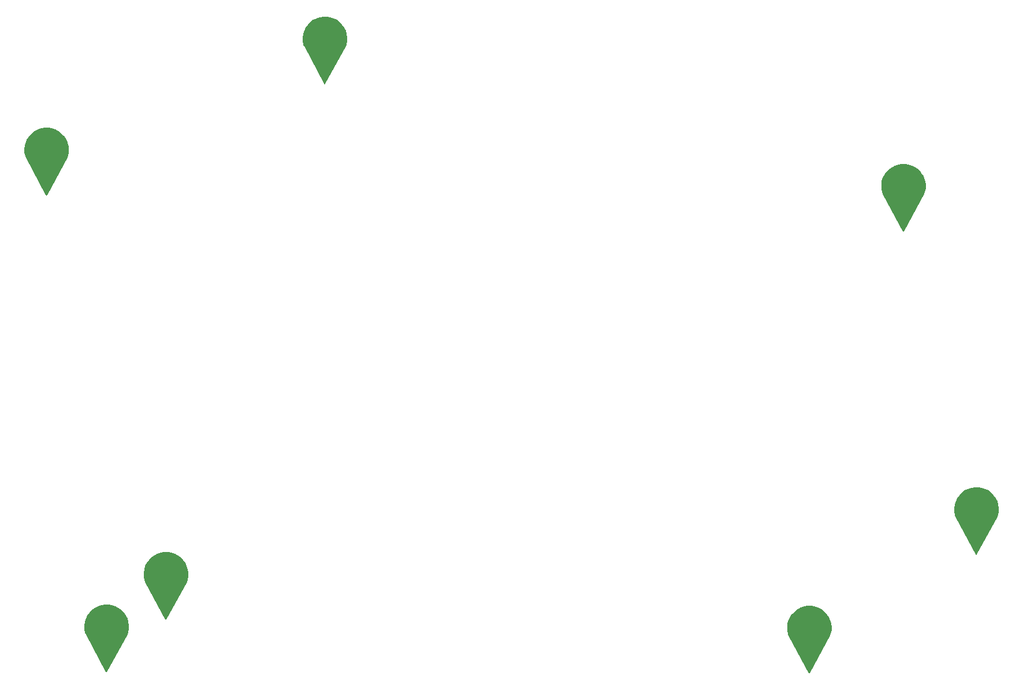
<source format=gts>
G04*
G04 #@! TF.GenerationSoftware,Altium Limited,Altium Designer,21.1.1 (26)*
G04*
G04 Layer_Color=8388736*
%FSLAX25Y25*%
%MOIN*%
G70*
G04*
G04 #@! TF.SameCoordinates,50609B49-341D-4E51-95AC-B49047DEAD09*
G04*
G04*
G04 #@! TF.FilePolarity,Negative*
G04*
G01*
G75*
%ADD12C,0.06800*%
%ADD13C,0.03162*%
G36*
X20379Y392279D02*
X20384Y392279D01*
X20405Y392277D01*
X20425Y392276D01*
X20431Y392275D01*
X20437Y392274D01*
X22404Y391957D01*
X22410Y391955D01*
X22415Y391955D01*
X22435Y391950D01*
X22455Y391945D01*
X22461Y391943D01*
X22466Y391941D01*
X24358Y391315D01*
X24363Y391312D01*
X24369Y391311D01*
X24388Y391303D01*
X24407Y391295D01*
X24412Y391292D01*
X24417Y391290D01*
X26185Y390369D01*
X26190Y390366D01*
X26195Y390364D01*
X26212Y390353D01*
X26230Y390342D01*
X26234Y390339D01*
X26239Y390335D01*
X27838Y389145D01*
X27842Y389142D01*
X27847Y389138D01*
X27862Y389124D01*
X27878Y389111D01*
X27882Y389107D01*
X27886Y389103D01*
X29274Y387673D01*
X29278Y387669D01*
X29282Y387665D01*
X29295Y387649D01*
X29308Y387634D01*
X29311Y387629D01*
X29315Y387624D01*
X30458Y385992D01*
X30461Y385987D01*
X30465Y385982D01*
X30475Y385964D01*
X30485Y385947D01*
X30488Y385942D01*
X30491Y385936D01*
X31359Y384143D01*
X31361Y384137D01*
X31364Y384132D01*
X31371Y384113D01*
X31379Y384094D01*
X31380Y384088D01*
X31382Y384083D01*
X31954Y382174D01*
X31955Y382168D01*
X31957Y382162D01*
X31961Y382143D01*
X31966Y382123D01*
X31966Y382117D01*
X31967Y382111D01*
X32228Y380135D01*
X32228Y380129D01*
X32229Y380124D01*
X32230Y380103D01*
X32231Y380083D01*
X32231Y380077D01*
X32231Y380071D01*
X32173Y378079D01*
X32172Y378073D01*
X32172Y378067D01*
X32170Y378047D01*
X32168Y378027D01*
X32167Y378021D01*
X32166Y378015D01*
X31791Y376058D01*
X31790Y376052D01*
X31789Y376047D01*
X31783Y376027D01*
X31778Y376007D01*
X31776Y376002D01*
X31774Y375996D01*
X31433Y375060D01*
X31432Y375057D01*
X31431Y375053D01*
X31423Y375036D01*
X31415Y375018D01*
X31414Y375015D01*
X31412Y375012D01*
X31411Y375009D01*
X31409Y375006D01*
X19644Y353352D01*
X19637Y353342D01*
X19632Y353332D01*
X19623Y353320D01*
X19616Y353308D01*
X19608Y353299D01*
X19601Y353289D01*
X19591Y353278D01*
X19582Y353267D01*
X19573Y353259D01*
X19566Y353251D01*
X19554Y353242D01*
X19544Y353232D01*
X19534Y353225D01*
X19525Y353218D01*
X19513Y353210D01*
X19501Y353202D01*
X19490Y353196D01*
X19481Y353190D01*
X19467Y353184D01*
X19454Y353177D01*
X19444Y353173D01*
X19433Y353168D01*
X19419Y353164D01*
X19405Y353159D01*
X19394Y353156D01*
X19383Y353153D01*
X19368Y353151D01*
X19354Y353147D01*
X19342Y353146D01*
X19331Y353144D01*
X19316Y353144D01*
X19302Y353143D01*
X19290Y353143D01*
X19278Y353143D01*
X19264Y353144D01*
X19249Y353145D01*
X19238Y353147D01*
X19226Y353148D01*
X19212Y353151D01*
X19198Y353154D01*
X19187Y353157D01*
X19175Y353160D01*
X19162Y353165D01*
X19148Y353169D01*
X19137Y353174D01*
X19126Y353178D01*
X19113Y353185D01*
X19100Y353191D01*
X19090Y353197D01*
X19080Y353203D01*
X19068Y353211D01*
X19056Y353219D01*
X19047Y353226D01*
X19037Y353233D01*
X19026Y353243D01*
X19015Y353253D01*
X19007Y353261D01*
X18999Y353269D01*
X18990Y353280D01*
X18980Y353291D01*
X18973Y353301D01*
X18966Y353310D01*
X18958Y353322D01*
X18949Y353334D01*
X18944Y353344D01*
X18938Y353354D01*
X7342Y375008D01*
X7341Y375010D01*
X7340Y375012D01*
X7331Y375034D01*
X7321Y375055D01*
X7320Y375058D01*
X7319Y375060D01*
X6978Y375996D01*
X6977Y376002D01*
X6974Y376007D01*
X6969Y376027D01*
X6964Y376046D01*
X6963Y376052D01*
X6961Y376058D01*
X6587Y378015D01*
X6586Y378021D01*
X6585Y378027D01*
X6583Y378047D01*
X6580Y378067D01*
X6580Y378073D01*
X6580Y378079D01*
X6522Y380071D01*
X6522Y380077D01*
X6521Y380083D01*
X6523Y380103D01*
X6524Y380123D01*
X6525Y380129D01*
X6525Y380135D01*
X6785Y382111D01*
X6786Y382117D01*
X6787Y382122D01*
X6791Y382142D01*
X6795Y382162D01*
X6797Y382168D01*
X6798Y382173D01*
X7370Y384083D01*
X7372Y384088D01*
X7373Y384094D01*
X7381Y384113D01*
X7388Y384132D01*
X7391Y384137D01*
X7393Y384142D01*
X8262Y385936D01*
X8264Y385941D01*
X8267Y385947D01*
X8278Y385964D01*
X8288Y385982D01*
X8291Y385986D01*
X8294Y385992D01*
X9437Y387624D01*
X9441Y387629D01*
X9444Y387633D01*
X9457Y387649D01*
X9470Y387665D01*
X9474Y387669D01*
X9478Y387673D01*
X10867Y389103D01*
X10871Y389107D01*
X10875Y389111D01*
X10890Y389124D01*
X10905Y389138D01*
X10910Y389141D01*
X10915Y389145D01*
X12513Y390335D01*
X12518Y390338D01*
X12523Y390342D01*
X12540Y390353D01*
X12557Y390364D01*
X12563Y390366D01*
X12568Y390369D01*
X14335Y391290D01*
X14341Y391292D01*
X14346Y391295D01*
X14365Y391302D01*
X14383Y391311D01*
X14389Y391312D01*
X14394Y391315D01*
X16286Y391941D01*
X16292Y391943D01*
X16297Y391945D01*
X16317Y391950D01*
X16337Y391955D01*
X16343Y391955D01*
X16348Y391957D01*
X18316Y392274D01*
X18322Y392275D01*
X18327Y392276D01*
X18348Y392277D01*
X18368Y392279D01*
X18374Y392279D01*
X18380Y392279D01*
X20373Y392279D01*
X20379Y392279D01*
D02*
G37*
G36*
X89276Y147397D02*
X89282Y147397D01*
X89302Y147395D01*
X89323Y147394D01*
X89328Y147393D01*
X89334Y147392D01*
X91302Y147075D01*
X91307Y147073D01*
X91313Y147073D01*
X91333Y147068D01*
X91353Y147063D01*
X91358Y147061D01*
X91364Y147060D01*
X93256Y146433D01*
X93261Y146431D01*
X93267Y146429D01*
X93285Y146421D01*
X93304Y146413D01*
X93309Y146410D01*
X93315Y146408D01*
X95082Y145488D01*
X95087Y145484D01*
X95093Y145482D01*
X95110Y145471D01*
X95127Y145460D01*
X95132Y145457D01*
X95137Y145454D01*
X96735Y144263D01*
X96740Y144260D01*
X96745Y144256D01*
X96760Y144243D01*
X96775Y144229D01*
X96779Y144225D01*
X96783Y144221D01*
X98172Y142792D01*
X98176Y142787D01*
X98180Y142783D01*
X98193Y142767D01*
X98206Y142752D01*
X98209Y142747D01*
X98213Y142742D01*
X99356Y141110D01*
X99359Y141105D01*
X99362Y141100D01*
X99373Y141082D01*
X99383Y141065D01*
X99385Y141060D01*
X99388Y141054D01*
X100257Y139261D01*
X100259Y139255D01*
X100262Y139250D01*
X100269Y139231D01*
X100277Y139212D01*
X100278Y139207D01*
X100280Y139201D01*
X100852Y137292D01*
X100853Y137286D01*
X100855Y137281D01*
X100859Y137261D01*
X100863Y137241D01*
X100864Y137235D01*
X100865Y137229D01*
X101125Y135253D01*
X101126Y135248D01*
X101127Y135242D01*
X101127Y135222D01*
X101129Y135201D01*
X101128Y135195D01*
X101128Y135189D01*
X101070Y133197D01*
X101070Y133191D01*
X101070Y133186D01*
X101067Y133165D01*
X101066Y133145D01*
X101064Y133139D01*
X101064Y133133D01*
X100689Y131176D01*
X100688Y131170D01*
X100687Y131165D01*
X100681Y131145D01*
X100676Y131125D01*
X100674Y131120D01*
X100672Y131114D01*
X100331Y130178D01*
X100330Y130175D01*
X100329Y130171D01*
X100321Y130154D01*
X100313Y130136D01*
X100311Y130133D01*
X100310Y130130D01*
X100308Y130127D01*
X100307Y130124D01*
X88541Y108470D01*
X88535Y108460D01*
X88529Y108450D01*
X88521Y108438D01*
X88513Y108426D01*
X88506Y108417D01*
X88499Y108407D01*
X88489Y108397D01*
X88480Y108385D01*
X88471Y108378D01*
X88463Y108369D01*
X88452Y108360D01*
X88441Y108350D01*
X88432Y108343D01*
X88423Y108336D01*
X88410Y108328D01*
X88398Y108320D01*
X88388Y108314D01*
X88378Y108308D01*
X88365Y108302D01*
X88352Y108295D01*
X88341Y108291D01*
X88331Y108286D01*
X88316Y108282D01*
X88303Y108277D01*
X88292Y108274D01*
X88280Y108271D01*
X88266Y108269D01*
X88252Y108265D01*
X88240Y108264D01*
X88229Y108263D01*
X88214Y108262D01*
X88199Y108261D01*
X88188Y108261D01*
X88176Y108261D01*
X88162Y108262D01*
X88147Y108263D01*
X88135Y108265D01*
X88124Y108266D01*
X88110Y108269D01*
X88095Y108272D01*
X88084Y108275D01*
X88073Y108278D01*
X88059Y108283D01*
X88045Y108287D01*
X88035Y108292D01*
X88024Y108296D01*
X88011Y108303D01*
X87998Y108309D01*
X87988Y108315D01*
X87978Y108321D01*
X87966Y108329D01*
X87953Y108337D01*
X87944Y108344D01*
X87935Y108351D01*
X87924Y108361D01*
X87913Y108371D01*
X87905Y108379D01*
X87897Y108387D01*
X87887Y108398D01*
X87877Y108409D01*
X87871Y108419D01*
X87863Y108428D01*
X87855Y108440D01*
X87847Y108452D01*
X87842Y108462D01*
X87836Y108472D01*
X76240Y130126D01*
X76239Y130128D01*
X76238Y130130D01*
X76228Y130152D01*
X76218Y130173D01*
X76218Y130176D01*
X76217Y130178D01*
X75876Y131114D01*
X75874Y131120D01*
X75872Y131125D01*
X75867Y131145D01*
X75861Y131165D01*
X75860Y131170D01*
X75859Y131176D01*
X75484Y133133D01*
X75484Y133139D01*
X75482Y133145D01*
X75480Y133165D01*
X75478Y133185D01*
X75478Y133191D01*
X75477Y133197D01*
X75419Y135189D01*
X75419Y135195D01*
X75419Y135201D01*
X75420Y135221D01*
X75421Y135241D01*
X75422Y135247D01*
X75423Y135253D01*
X75683Y137229D01*
X75684Y137235D01*
X75684Y137241D01*
X75689Y137260D01*
X75693Y137280D01*
X75695Y137286D01*
X75696Y137292D01*
X76268Y139201D01*
X76270Y139206D01*
X76271Y139212D01*
X76279Y139231D01*
X76286Y139250D01*
X76289Y139255D01*
X76291Y139261D01*
X77159Y141054D01*
X77162Y141059D01*
X77165Y141065D01*
X77175Y141082D01*
X77185Y141100D01*
X77189Y141104D01*
X77192Y141110D01*
X78335Y142742D01*
X78338Y142747D01*
X78342Y142752D01*
X78355Y142767D01*
X78368Y142783D01*
X78372Y142787D01*
X78376Y142791D01*
X79764Y144221D01*
X79769Y144225D01*
X79773Y144229D01*
X79788Y144243D01*
X79803Y144256D01*
X79808Y144260D01*
X79812Y144263D01*
X81411Y145453D01*
X81416Y145457D01*
X81420Y145460D01*
X81438Y145471D01*
X81455Y145482D01*
X81460Y145484D01*
X81465Y145487D01*
X83233Y146408D01*
X83238Y146410D01*
X83243Y146413D01*
X83262Y146421D01*
X83281Y146429D01*
X83287Y146430D01*
X83292Y146433D01*
X85184Y147060D01*
X85189Y147061D01*
X85195Y147063D01*
X85215Y147068D01*
X85234Y147073D01*
X85240Y147073D01*
X85246Y147075D01*
X87213Y147392D01*
X87219Y147393D01*
X87225Y147394D01*
X87245Y147395D01*
X87266Y147397D01*
X87271Y147397D01*
X87277Y147397D01*
X89270Y147397D01*
X89276Y147397D01*
D02*
G37*
G36*
X55024Y117082D02*
X55030Y117082D01*
X55050Y117080D01*
X55071Y117079D01*
X55076Y117078D01*
X55082Y117077D01*
X57050Y116760D01*
X57055Y116759D01*
X57061Y116758D01*
X57081Y116753D01*
X57101Y116748D01*
X57106Y116746D01*
X57112Y116745D01*
X59004Y116118D01*
X59009Y116116D01*
X59015Y116114D01*
X59033Y116106D01*
X59052Y116098D01*
X59057Y116095D01*
X59063Y116093D01*
X60830Y115173D01*
X60835Y115170D01*
X60841Y115167D01*
X60858Y115156D01*
X60875Y115145D01*
X60880Y115142D01*
X60885Y115139D01*
X62483Y113949D01*
X62488Y113945D01*
X62493Y113941D01*
X62508Y113928D01*
X62523Y113915D01*
X62527Y113910D01*
X62531Y113906D01*
X63920Y112477D01*
X63924Y112472D01*
X63928Y112468D01*
X63941Y112452D01*
X63954Y112437D01*
X63957Y112432D01*
X63961Y112427D01*
X65104Y110795D01*
X65107Y110790D01*
X65110Y110785D01*
X65121Y110767D01*
X65131Y110750D01*
X65134Y110745D01*
X65136Y110740D01*
X66005Y108946D01*
X66007Y108940D01*
X66010Y108935D01*
X66017Y108916D01*
X66025Y108897D01*
X66026Y108892D01*
X66028Y108886D01*
X66600Y106977D01*
X66601Y106971D01*
X66603Y106966D01*
X66607Y106946D01*
X66611Y106926D01*
X66612Y106920D01*
X66613Y106914D01*
X66873Y104938D01*
X66874Y104932D01*
X66875Y104927D01*
X66875Y104906D01*
X66877Y104886D01*
X66876Y104880D01*
X66877Y104874D01*
X66819Y102882D01*
X66818Y102876D01*
X66818Y102871D01*
X66816Y102850D01*
X66814Y102830D01*
X66812Y102824D01*
X66812Y102819D01*
X66437Y100861D01*
X66436Y100856D01*
X66435Y100850D01*
X66429Y100830D01*
X66424Y100810D01*
X66422Y100805D01*
X66420Y100799D01*
X66079Y99863D01*
X66078Y99860D01*
X66077Y99856D01*
X66069Y99839D01*
X66061Y99821D01*
X66059Y99818D01*
X66058Y99815D01*
X66056Y99812D01*
X66055Y99809D01*
X54289Y78155D01*
X54283Y78145D01*
X54278Y78135D01*
X54269Y78123D01*
X54261Y78111D01*
X54254Y78102D01*
X54247Y78092D01*
X54237Y78082D01*
X54228Y78070D01*
X54219Y78063D01*
X54211Y78054D01*
X54200Y78045D01*
X54189Y78035D01*
X54180Y78028D01*
X54171Y78021D01*
X54158Y78013D01*
X54146Y78005D01*
X54136Y77999D01*
X54126Y77993D01*
X54113Y77987D01*
X54100Y77980D01*
X54089Y77976D01*
X54079Y77971D01*
X54064Y77967D01*
X54051Y77962D01*
X54040Y77960D01*
X54028Y77956D01*
X54014Y77954D01*
X54000Y77951D01*
X53988Y77950D01*
X53977Y77948D01*
X53962Y77947D01*
X53947Y77946D01*
X53936Y77946D01*
X53924Y77946D01*
X53910Y77947D01*
X53895Y77948D01*
X53883Y77950D01*
X53872Y77951D01*
X53858Y77954D01*
X53843Y77957D01*
X53832Y77960D01*
X53821Y77963D01*
X53807Y77968D01*
X53793Y77972D01*
X53783Y77977D01*
X53772Y77981D01*
X53759Y77988D01*
X53746Y77994D01*
X53736Y78000D01*
X53726Y78006D01*
X53714Y78014D01*
X53701Y78022D01*
X53693Y78030D01*
X53683Y78036D01*
X53672Y78047D01*
X53661Y78056D01*
X53653Y78064D01*
X53645Y78072D01*
X53635Y78083D01*
X53625Y78094D01*
X53619Y78104D01*
X53611Y78113D01*
X53604Y78125D01*
X53595Y78137D01*
X53590Y78147D01*
X53584Y78157D01*
X41988Y99811D01*
X41987Y99813D01*
X41986Y99815D01*
X41976Y99837D01*
X41966Y99858D01*
X41966Y99861D01*
X41965Y99863D01*
X41624Y100799D01*
X41622Y100805D01*
X41620Y100810D01*
X41615Y100830D01*
X41609Y100849D01*
X41608Y100855D01*
X41607Y100861D01*
X41232Y102818D01*
X41232Y102824D01*
X41230Y102830D01*
X41228Y102850D01*
X41226Y102870D01*
X41226Y102876D01*
X41225Y102882D01*
X41167Y104874D01*
X41168Y104880D01*
X41167Y104886D01*
X41168Y104906D01*
X41169Y104927D01*
X41170Y104932D01*
X41171Y104938D01*
X41431Y106914D01*
X41432Y106920D01*
X41432Y106926D01*
X41437Y106946D01*
X41441Y106965D01*
X41443Y106971D01*
X41444Y106977D01*
X42016Y108886D01*
X42018Y108891D01*
X42019Y108897D01*
X42027Y108916D01*
X42034Y108935D01*
X42037Y108940D01*
X42039Y108946D01*
X42907Y110739D01*
X42910Y110744D01*
X42913Y110750D01*
X42923Y110767D01*
X42933Y110785D01*
X42937Y110790D01*
X42940Y110795D01*
X44083Y112427D01*
X44087Y112432D01*
X44090Y112437D01*
X44103Y112452D01*
X44116Y112468D01*
X44120Y112472D01*
X44124Y112477D01*
X45512Y113906D01*
X45517Y113910D01*
X45520Y113914D01*
X45536Y113927D01*
X45551Y113941D01*
X45556Y113944D01*
X45560Y113948D01*
X47159Y115138D01*
X47164Y115142D01*
X47168Y115145D01*
X47186Y115156D01*
X47203Y115167D01*
X47208Y115169D01*
X47213Y115173D01*
X48981Y116093D01*
X48986Y116095D01*
X48991Y116098D01*
X49010Y116106D01*
X49029Y116114D01*
X49035Y116115D01*
X49040Y116118D01*
X50932Y116745D01*
X50937Y116746D01*
X50943Y116748D01*
X50963Y116753D01*
X50982Y116758D01*
X50988Y116759D01*
X50994Y116760D01*
X52961Y117077D01*
X52967Y117078D01*
X52973Y117079D01*
X52993Y117080D01*
X53014Y117082D01*
X53019Y117082D01*
X53025Y117082D01*
X55018Y117082D01*
X55024Y117082D01*
D02*
G37*
G36*
X460536Y116295D02*
X460542Y116295D01*
X460562Y116293D01*
X460582Y116292D01*
X460588Y116290D01*
X460594Y116290D01*
X462561Y115972D01*
X462567Y115971D01*
X462573Y115970D01*
X462593Y115965D01*
X462613Y115961D01*
X462618Y115959D01*
X462624Y115957D01*
X464515Y115330D01*
X464521Y115328D01*
X464527Y115326D01*
X464545Y115318D01*
X464564Y115311D01*
X464569Y115308D01*
X464574Y115305D01*
X466342Y114385D01*
X466347Y114382D01*
X466353Y114380D01*
X466369Y114369D01*
X466387Y114358D01*
X466392Y114354D01*
X466397Y114351D01*
X467995Y113161D01*
X468000Y113157D01*
X468004Y113154D01*
X468019Y113140D01*
X468035Y113127D01*
X468039Y113123D01*
X468043Y113119D01*
X469432Y111689D01*
X469436Y111685D01*
X469440Y111681D01*
X469453Y111665D01*
X469466Y111649D01*
X469469Y111644D01*
X469473Y111640D01*
X470616Y110007D01*
X470619Y110002D01*
X470622Y109998D01*
X470632Y109980D01*
X470643Y109963D01*
X470645Y109957D01*
X470648Y109952D01*
X471517Y108158D01*
X471519Y108153D01*
X471522Y108148D01*
X471529Y108129D01*
X471536Y108110D01*
X471538Y108104D01*
X471540Y108099D01*
X472112Y106190D01*
X472113Y106184D01*
X472115Y106178D01*
X472119Y106158D01*
X472123Y106138D01*
X472124Y106132D01*
X472125Y106127D01*
X472385Y104151D01*
X472385Y104145D01*
X472386Y104139D01*
X472387Y104119D01*
X472389Y104099D01*
X472388Y104093D01*
X472388Y104087D01*
X472330Y102095D01*
X472330Y102089D01*
X472330Y102083D01*
X472327Y102063D01*
X472325Y102043D01*
X472324Y102037D01*
X472323Y102031D01*
X471949Y100074D01*
X471947Y100068D01*
X471946Y100062D01*
X471941Y100043D01*
X471936Y100023D01*
X471933Y100018D01*
X471932Y100012D01*
X471591Y99076D01*
X471590Y99073D01*
X471589Y99069D01*
X471581Y99051D01*
X471573Y99033D01*
X471571Y99030D01*
X471570Y99028D01*
X471568Y99025D01*
X471567Y99021D01*
X459801Y77368D01*
X459795Y77358D01*
X459789Y77348D01*
X459781Y77336D01*
X459773Y77323D01*
X459766Y77315D01*
X459759Y77305D01*
X459749Y77294D01*
X459739Y77283D01*
X459731Y77275D01*
X459723Y77267D01*
X459712Y77257D01*
X459701Y77248D01*
X459691Y77241D01*
X459683Y77233D01*
X459670Y77226D01*
X459658Y77217D01*
X459648Y77212D01*
X459638Y77206D01*
X459625Y77200D01*
X459612Y77193D01*
X459601Y77189D01*
X459590Y77184D01*
X459576Y77180D01*
X459563Y77175D01*
X459551Y77172D01*
X459540Y77169D01*
X459526Y77166D01*
X459511Y77163D01*
X459500Y77162D01*
X459488Y77160D01*
X459474Y77160D01*
X459459Y77158D01*
X459448Y77159D01*
X459436Y77158D01*
X459421Y77160D01*
X459407Y77160D01*
X459395Y77162D01*
X459384Y77163D01*
X459370Y77167D01*
X459355Y77169D01*
X459344Y77173D01*
X459333Y77175D01*
X459319Y77180D01*
X459305Y77185D01*
X459295Y77190D01*
X459284Y77194D01*
X459271Y77201D01*
X459257Y77207D01*
X459248Y77213D01*
X459237Y77219D01*
X459226Y77227D01*
X459213Y77235D01*
X459204Y77242D01*
X459195Y77249D01*
X459184Y77259D01*
X459173Y77268D01*
X459165Y77277D01*
X459157Y77285D01*
X459147Y77296D01*
X459137Y77307D01*
X459130Y77316D01*
X459123Y77325D01*
X459115Y77338D01*
X459107Y77350D01*
X459102Y77360D01*
X459095Y77370D01*
X447500Y99023D01*
X447499Y99025D01*
X447498Y99027D01*
X447488Y99049D01*
X447478Y99071D01*
X447477Y99073D01*
X447476Y99075D01*
X447136Y100012D01*
X447134Y100017D01*
X447132Y100023D01*
X447127Y100043D01*
X447121Y100062D01*
X447120Y100068D01*
X447119Y100074D01*
X446744Y102031D01*
X446743Y102037D01*
X446742Y102042D01*
X446740Y102063D01*
X446738Y102083D01*
X446738Y102089D01*
X446737Y102095D01*
X446679Y104087D01*
X446679Y104093D01*
X446679Y104098D01*
X446680Y104119D01*
X446681Y104139D01*
X446682Y104145D01*
X446682Y104151D01*
X446943Y106127D01*
X446944Y106132D01*
X446944Y106138D01*
X446949Y106158D01*
X446953Y106178D01*
X446955Y106184D01*
X446956Y106189D01*
X447528Y108098D01*
X447530Y108104D01*
X447531Y108110D01*
X447539Y108128D01*
X447546Y108148D01*
X447548Y108153D01*
X447551Y108158D01*
X448419Y109952D01*
X448422Y109957D01*
X448424Y109962D01*
X448435Y109980D01*
X448445Y109998D01*
X448449Y110002D01*
X448452Y110007D01*
X449595Y111640D01*
X449598Y111644D01*
X449602Y111649D01*
X449615Y111665D01*
X449627Y111681D01*
X449632Y111685D01*
X449636Y111689D01*
X451024Y113119D01*
X451028Y113123D01*
X451032Y113127D01*
X451048Y113140D01*
X451063Y113154D01*
X451068Y113157D01*
X451072Y113161D01*
X452671Y114351D01*
X452676Y114354D01*
X452680Y114358D01*
X452698Y114368D01*
X452715Y114380D01*
X452720Y114382D01*
X452725Y114385D01*
X454493Y115305D01*
X454498Y115308D01*
X454503Y115311D01*
X454522Y115318D01*
X454541Y115326D01*
X454546Y115328D01*
X454552Y115330D01*
X456444Y115957D01*
X456449Y115959D01*
X456455Y115961D01*
X456475Y115965D01*
X456494Y115970D01*
X456500Y115971D01*
X456506Y115972D01*
X458473Y116290D01*
X458479Y116290D01*
X458485Y116292D01*
X458505Y116293D01*
X458526Y116295D01*
X458531Y116295D01*
X458537Y116295D01*
X460530Y116295D01*
X460536Y116295D01*
D02*
G37*
G36*
X181008Y456452D02*
X181014Y456452D01*
X181035Y456450D01*
X181055Y456449D01*
X181061Y456448D01*
X181066Y456447D01*
X183034Y456130D01*
X183039Y456129D01*
X183045Y456128D01*
X183065Y456123D01*
X183085Y456118D01*
X183090Y456116D01*
X183096Y456115D01*
X184988Y455488D01*
X184993Y455486D01*
X184999Y455484D01*
X185018Y455476D01*
X185037Y455468D01*
X185041Y455465D01*
X185047Y455463D01*
X186815Y454543D01*
X186820Y454540D01*
X186825Y454537D01*
X186842Y454526D01*
X186860Y454516D01*
X186864Y454512D01*
X186869Y454509D01*
X188468Y453319D01*
X188472Y453315D01*
X188477Y453311D01*
X188492Y453298D01*
X188507Y453285D01*
X188511Y453280D01*
X188516Y453276D01*
X189904Y451847D01*
X189908Y451842D01*
X189912Y451838D01*
X189925Y451822D01*
X189938Y451807D01*
X189941Y451802D01*
X189945Y451797D01*
X191088Y450165D01*
X191091Y450160D01*
X191095Y450155D01*
X191105Y450138D01*
X191115Y450120D01*
X191118Y450115D01*
X191121Y450110D01*
X191989Y448316D01*
X191991Y448311D01*
X191994Y448305D01*
X192001Y448286D01*
X192009Y448267D01*
X192010Y448262D01*
X192012Y448256D01*
X192584Y446347D01*
X192585Y446341D01*
X192587Y446336D01*
X192591Y446316D01*
X192596Y446296D01*
X192596Y446290D01*
X192597Y446284D01*
X192858Y444308D01*
X192858Y444303D01*
X192859Y444297D01*
X192860Y444277D01*
X192861Y444256D01*
X192860Y444250D01*
X192861Y444244D01*
X192803Y442252D01*
X192802Y442246D01*
X192802Y442241D01*
X192800Y442220D01*
X192798Y442200D01*
X192797Y442195D01*
X192796Y442189D01*
X192421Y440231D01*
X192420Y440226D01*
X192419Y440220D01*
X192413Y440200D01*
X192408Y440180D01*
X192406Y440175D01*
X192404Y440169D01*
X192063Y439233D01*
X192062Y439230D01*
X192061Y439226D01*
X192053Y439209D01*
X192045Y439191D01*
X192043Y439188D01*
X192042Y439185D01*
X192041Y439182D01*
X192039Y439179D01*
X180273Y417525D01*
X180267Y417515D01*
X180262Y417505D01*
X180253Y417493D01*
X180245Y417481D01*
X180238Y417472D01*
X180231Y417462D01*
X180221Y417452D01*
X180212Y417441D01*
X180203Y417433D01*
X180195Y417424D01*
X180184Y417415D01*
X180173Y417405D01*
X180164Y417398D01*
X180155Y417391D01*
X180142Y417383D01*
X180131Y417375D01*
X180120Y417369D01*
X180111Y417363D01*
X180097Y417357D01*
X180084Y417350D01*
X180073Y417346D01*
X180063Y417342D01*
X180049Y417337D01*
X180035Y417332D01*
X180024Y417330D01*
X180013Y417326D01*
X179998Y417324D01*
X179984Y417321D01*
X179972Y417319D01*
X179961Y417318D01*
X179946Y417317D01*
X179932Y417316D01*
X179920Y417316D01*
X179908Y417316D01*
X179894Y417317D01*
X179879Y417318D01*
X179868Y417320D01*
X179856Y417321D01*
X179842Y417324D01*
X179828Y417327D01*
X179817Y417330D01*
X179805Y417333D01*
X179791Y417338D01*
X179778Y417342D01*
X179767Y417347D01*
X179756Y417351D01*
X179743Y417358D01*
X179730Y417364D01*
X179720Y417371D01*
X179710Y417376D01*
X179698Y417384D01*
X179685Y417392D01*
X179677Y417400D01*
X179667Y417407D01*
X179656Y417417D01*
X179645Y417426D01*
X179637Y417434D01*
X179629Y417442D01*
X179620Y417454D01*
X179610Y417464D01*
X179603Y417474D01*
X179596Y417483D01*
X179588Y417495D01*
X179579Y417507D01*
X179574Y417517D01*
X179568Y417527D01*
X167972Y439181D01*
X167971Y439183D01*
X167970Y439185D01*
X167960Y439207D01*
X167951Y439228D01*
X167950Y439231D01*
X167949Y439233D01*
X167608Y440169D01*
X167606Y440175D01*
X167604Y440180D01*
X167599Y440200D01*
X167594Y440220D01*
X167593Y440225D01*
X167591Y440231D01*
X167217Y442189D01*
X167216Y442194D01*
X167215Y442200D01*
X167213Y442220D01*
X167210Y442240D01*
X167210Y442246D01*
X167210Y442252D01*
X167152Y444244D01*
X167152Y444250D01*
X167151Y444256D01*
X167153Y444276D01*
X167154Y444297D01*
X167155Y444302D01*
X167155Y444308D01*
X167415Y446284D01*
X167416Y446290D01*
X167417Y446296D01*
X167421Y446315D01*
X167425Y446336D01*
X167427Y446341D01*
X167428Y446347D01*
X168000Y448256D01*
X168002Y448261D01*
X168003Y448267D01*
X168011Y448286D01*
X168018Y448305D01*
X168021Y448310D01*
X168023Y448316D01*
X168892Y450109D01*
X168895Y450114D01*
X168897Y450120D01*
X168907Y450138D01*
X168918Y450155D01*
X168921Y450160D01*
X168924Y450165D01*
X170067Y451797D01*
X170071Y451802D01*
X170074Y451807D01*
X170087Y451822D01*
X170100Y451838D01*
X170104Y451842D01*
X170108Y451847D01*
X171496Y453276D01*
X171501Y453280D01*
X171505Y453284D01*
X171520Y453298D01*
X171535Y453311D01*
X171540Y453315D01*
X171545Y453318D01*
X173143Y454508D01*
X173148Y454512D01*
X173153Y454515D01*
X173170Y454526D01*
X173187Y454537D01*
X173193Y454539D01*
X173197Y454543D01*
X174965Y455463D01*
X174971Y455465D01*
X174976Y455468D01*
X174995Y455476D01*
X175013Y455484D01*
X175019Y455486D01*
X175024Y455488D01*
X176916Y456115D01*
X176922Y456116D01*
X176927Y456118D01*
X176947Y456123D01*
X176967Y456128D01*
X176972Y456129D01*
X176978Y456130D01*
X178946Y456447D01*
X178952Y456448D01*
X178957Y456449D01*
X178978Y456450D01*
X178998Y456452D01*
X179004Y456452D01*
X179010Y456453D01*
X181002Y456453D01*
X181008Y456452D01*
D02*
G37*
G36*
X556993Y184799D02*
X556998Y184799D01*
X557019Y184797D01*
X557039Y184795D01*
X557045Y184794D01*
X557051Y184794D01*
X559018Y184476D01*
X559024Y184475D01*
X559030Y184474D01*
X559049Y184469D01*
X559069Y184465D01*
X559075Y184463D01*
X559080Y184461D01*
X560972Y183834D01*
X560978Y183832D01*
X560983Y183830D01*
X561002Y183822D01*
X561021Y183815D01*
X561026Y183812D01*
X561031Y183809D01*
X562799Y182889D01*
X562804Y182886D01*
X562809Y182884D01*
X562826Y182873D01*
X562844Y182862D01*
X562848Y182858D01*
X562853Y182855D01*
X564452Y181665D01*
X564456Y181661D01*
X564461Y181658D01*
X564476Y181644D01*
X564492Y181631D01*
X564496Y181627D01*
X564500Y181623D01*
X565889Y180193D01*
X565892Y180189D01*
X565897Y180185D01*
X565909Y180169D01*
X565922Y180153D01*
X565926Y180148D01*
X565929Y180144D01*
X567072Y178511D01*
X567075Y178506D01*
X567079Y178502D01*
X567089Y178484D01*
X567100Y178466D01*
X567102Y178461D01*
X567105Y178456D01*
X567973Y176662D01*
X567976Y176657D01*
X567978Y176652D01*
X567985Y176632D01*
X567993Y176614D01*
X567994Y176608D01*
X567997Y176603D01*
X568568Y174693D01*
X568570Y174688D01*
X568571Y174682D01*
X568575Y174662D01*
X568580Y174642D01*
X568580Y174636D01*
X568582Y174631D01*
X568842Y172655D01*
X568842Y172649D01*
X568843Y172643D01*
X568844Y172623D01*
X568845Y172603D01*
X568845Y172597D01*
X568845Y172591D01*
X568787Y170599D01*
X568786Y170593D01*
X568786Y170587D01*
X568784Y170567D01*
X568782Y170547D01*
X568781Y170541D01*
X568780Y170535D01*
X568405Y168578D01*
X568404Y168572D01*
X568403Y168566D01*
X568398Y168547D01*
X568392Y168527D01*
X568390Y168522D01*
X568389Y168516D01*
X568048Y167580D01*
X568046Y167577D01*
X568045Y167573D01*
X568037Y167555D01*
X568030Y167537D01*
X568028Y167534D01*
X568027Y167532D01*
X568025Y167529D01*
X568023Y167525D01*
X556258Y145872D01*
X556251Y145862D01*
X556246Y145852D01*
X556238Y145840D01*
X556230Y145827D01*
X556222Y145818D01*
X556216Y145809D01*
X556206Y145798D01*
X556196Y145787D01*
X556188Y145779D01*
X556180Y145771D01*
X556169Y145761D01*
X556158Y145751D01*
X556148Y145745D01*
X556139Y145737D01*
X556127Y145729D01*
X556115Y145721D01*
X556105Y145716D01*
X556095Y145710D01*
X556081Y145703D01*
X556068Y145697D01*
X556058Y145693D01*
X556047Y145688D01*
X556033Y145684D01*
X556019Y145679D01*
X556008Y145676D01*
X555997Y145673D01*
X555982Y145670D01*
X555968Y145667D01*
X555957Y145666D01*
X555945Y145664D01*
X555930Y145664D01*
X555916Y145662D01*
X555904Y145663D01*
X555893Y145662D01*
X555878Y145664D01*
X555864Y145664D01*
X555852Y145666D01*
X555840Y145667D01*
X555826Y145671D01*
X555812Y145673D01*
X555801Y145677D01*
X555789Y145679D01*
X555776Y145685D01*
X555762Y145689D01*
X555751Y145694D01*
X555740Y145698D01*
X555727Y145705D01*
X555714Y145711D01*
X555704Y145717D01*
X555694Y145722D01*
X555682Y145731D01*
X555670Y145739D01*
X555661Y145746D01*
X555651Y145753D01*
X555641Y145763D01*
X555629Y145772D01*
X555622Y145781D01*
X555613Y145789D01*
X555604Y145800D01*
X555594Y145811D01*
X555587Y145820D01*
X555580Y145829D01*
X555572Y145842D01*
X555564Y145854D01*
X555558Y145864D01*
X555552Y145874D01*
X543957Y167527D01*
X543956Y167529D01*
X543954Y167531D01*
X543945Y167553D01*
X543935Y167575D01*
X543934Y167577D01*
X543933Y167579D01*
X543592Y168516D01*
X543591Y168521D01*
X543589Y168527D01*
X543583Y168546D01*
X543578Y168566D01*
X543577Y168572D01*
X543575Y168578D01*
X543201Y170535D01*
X543200Y170541D01*
X543199Y170546D01*
X543197Y170567D01*
X543194Y170587D01*
X543194Y170593D01*
X543194Y170599D01*
X543136Y172591D01*
X543136Y172597D01*
X543136Y172602D01*
X543137Y172623D01*
X543138Y172643D01*
X543139Y172649D01*
X543139Y172655D01*
X543399Y174631D01*
X543400Y174636D01*
X543401Y174642D01*
X543405Y174662D01*
X543409Y174682D01*
X543411Y174688D01*
X543413Y174693D01*
X543984Y176602D01*
X543986Y176608D01*
X543988Y176614D01*
X543995Y176632D01*
X544002Y176652D01*
X544005Y176657D01*
X544007Y176662D01*
X544876Y178456D01*
X544879Y178461D01*
X544881Y178466D01*
X544892Y178484D01*
X544902Y178501D01*
X544905Y178506D01*
X544908Y178511D01*
X546051Y180144D01*
X546055Y180148D01*
X546058Y180153D01*
X546071Y180169D01*
X546084Y180185D01*
X546088Y180189D01*
X546092Y180193D01*
X547481Y181623D01*
X547485Y181627D01*
X547489Y181631D01*
X547504Y181644D01*
X547520Y181658D01*
X547524Y181661D01*
X547529Y181665D01*
X549127Y182855D01*
X549132Y182858D01*
X549137Y182862D01*
X549154Y182872D01*
X549171Y182884D01*
X549177Y182886D01*
X549182Y182889D01*
X550949Y183809D01*
X550955Y183812D01*
X550960Y183815D01*
X550979Y183822D01*
X550997Y183830D01*
X551003Y183832D01*
X551009Y183834D01*
X552900Y184461D01*
X552906Y184462D01*
X552911Y184465D01*
X552931Y184469D01*
X552951Y184474D01*
X552957Y184475D01*
X552962Y184476D01*
X554930Y184794D01*
X554936Y184794D01*
X554942Y184795D01*
X554962Y184797D01*
X554982Y184799D01*
X554988Y184799D01*
X554994Y184799D01*
X556987Y184799D01*
X556993Y184799D01*
D02*
G37*
G36*
X514867Y371413D02*
X514873Y371413D01*
X514893Y371411D01*
X514913Y371410D01*
X514919Y371409D01*
X514925Y371408D01*
X516892Y371091D01*
X516898Y371089D01*
X516904Y371089D01*
X516923Y371083D01*
X516943Y371079D01*
X516949Y371077D01*
X516954Y371075D01*
X518846Y370448D01*
X518852Y370446D01*
X518857Y370445D01*
X518876Y370436D01*
X518895Y370429D01*
X518900Y370426D01*
X518905Y370424D01*
X520673Y369503D01*
X520678Y369500D01*
X520683Y369498D01*
X520700Y369487D01*
X520718Y369476D01*
X520722Y369472D01*
X520727Y369469D01*
X522326Y368279D01*
X522330Y368275D01*
X522335Y368272D01*
X522350Y368258D01*
X522366Y368245D01*
X522370Y368241D01*
X522374Y368237D01*
X523763Y366807D01*
X523766Y366803D01*
X523771Y366799D01*
X523783Y366783D01*
X523797Y366768D01*
X523800Y366763D01*
X523803Y366758D01*
X524946Y365125D01*
X524950Y365121D01*
X524953Y365116D01*
X524963Y365098D01*
X524974Y365081D01*
X524976Y365075D01*
X524979Y365070D01*
X525847Y363277D01*
X525850Y363271D01*
X525852Y363266D01*
X525859Y363247D01*
X525867Y363228D01*
X525869Y363222D01*
X525871Y363217D01*
X526442Y361308D01*
X526443Y361302D01*
X526445Y361296D01*
X526449Y361276D01*
X526454Y361257D01*
X526454Y361251D01*
X526456Y361245D01*
X526716Y359269D01*
X526716Y359263D01*
X526717Y359258D01*
X526718Y359237D01*
X526719Y359217D01*
X526719Y359211D01*
X526719Y359205D01*
X526661Y357213D01*
X526660Y357207D01*
X526661Y357201D01*
X526658Y357181D01*
X526656Y357161D01*
X526655Y357155D01*
X526654Y357149D01*
X526280Y355192D01*
X526278Y355186D01*
X526277Y355181D01*
X526271Y355161D01*
X526266Y355141D01*
X526264Y355136D01*
X526263Y355130D01*
X525922Y354194D01*
X525920Y354191D01*
X525919Y354187D01*
X525911Y354170D01*
X525904Y354152D01*
X525902Y354148D01*
X525901Y354146D01*
X525899Y354143D01*
X525897Y354139D01*
X514132Y332486D01*
X514125Y332476D01*
X514120Y332466D01*
X514112Y332454D01*
X514104Y332441D01*
X514096Y332433D01*
X514090Y332423D01*
X514080Y332412D01*
X514070Y332401D01*
X514062Y332393D01*
X514054Y332385D01*
X514043Y332376D01*
X514032Y332366D01*
X514022Y332359D01*
X514013Y332351D01*
X514001Y332344D01*
X513989Y332335D01*
X513979Y332330D01*
X513969Y332324D01*
X513955Y332318D01*
X513942Y332311D01*
X513932Y332307D01*
X513921Y332302D01*
X513907Y332298D01*
X513893Y332293D01*
X513882Y332290D01*
X513871Y332287D01*
X513856Y332284D01*
X513842Y332281D01*
X513831Y332280D01*
X513819Y332278D01*
X513804Y332278D01*
X513790Y332277D01*
X513778Y332277D01*
X513767Y332277D01*
X513752Y332278D01*
X513737Y332278D01*
X513726Y332280D01*
X513715Y332282D01*
X513700Y332285D01*
X513686Y332287D01*
X513675Y332291D01*
X513663Y332294D01*
X513650Y332299D01*
X513636Y332303D01*
X513625Y332308D01*
X513614Y332312D01*
X513601Y332319D01*
X513588Y332325D01*
X513578Y332331D01*
X513568Y332337D01*
X513556Y332345D01*
X513544Y332353D01*
X513535Y332360D01*
X513525Y332367D01*
X513515Y332377D01*
X513504Y332386D01*
X513496Y332395D01*
X513487Y332403D01*
X513478Y332414D01*
X513468Y332425D01*
X513461Y332435D01*
X513454Y332443D01*
X513446Y332456D01*
X513438Y332468D01*
X513432Y332478D01*
X513426Y332488D01*
X501831Y354141D01*
X501830Y354144D01*
X501828Y354146D01*
X501819Y354168D01*
X501809Y354189D01*
X501808Y354191D01*
X501807Y354194D01*
X501466Y355130D01*
X501465Y355135D01*
X501463Y355141D01*
X501458Y355161D01*
X501452Y355180D01*
X501451Y355186D01*
X501449Y355192D01*
X501075Y357149D01*
X501074Y357155D01*
X501073Y357161D01*
X501071Y357181D01*
X501068Y357201D01*
X501068Y357207D01*
X501068Y357213D01*
X501010Y359205D01*
X501010Y359211D01*
X501010Y359216D01*
X501011Y359237D01*
X501012Y359257D01*
X501013Y359263D01*
X501013Y359269D01*
X501273Y361245D01*
X501274Y361250D01*
X501275Y361256D01*
X501279Y361276D01*
X501284Y361296D01*
X501285Y361302D01*
X501287Y361307D01*
X501858Y363217D01*
X501860Y363222D01*
X501862Y363228D01*
X501869Y363247D01*
X501876Y363266D01*
X501879Y363271D01*
X501881Y363276D01*
X502750Y365070D01*
X502753Y365075D01*
X502755Y365080D01*
X502766Y365098D01*
X502776Y365116D01*
X502779Y365120D01*
X502782Y365125D01*
X503925Y366758D01*
X503929Y366762D01*
X503932Y366767D01*
X503945Y366783D01*
X503958Y366799D01*
X503962Y366803D01*
X503966Y366807D01*
X505355Y368237D01*
X505359Y368241D01*
X505363Y368245D01*
X505378Y368258D01*
X505394Y368272D01*
X505399Y368275D01*
X505403Y368279D01*
X507001Y369469D01*
X507006Y369472D01*
X507011Y369476D01*
X507028Y369486D01*
X507046Y369498D01*
X507051Y369500D01*
X507056Y369503D01*
X508823Y370423D01*
X508829Y370426D01*
X508834Y370429D01*
X508853Y370436D01*
X508872Y370444D01*
X508877Y370446D01*
X508883Y370448D01*
X510774Y371075D01*
X510780Y371077D01*
X510785Y371079D01*
X510805Y371083D01*
X510825Y371089D01*
X510831Y371089D01*
X510837Y371091D01*
X512804Y371408D01*
X512810Y371409D01*
X512816Y371410D01*
X512836Y371411D01*
X512856Y371413D01*
X512862Y371413D01*
X512868Y371413D01*
X514861Y371413D01*
X514867Y371413D01*
D02*
G37*
D12*
X459449Y97244D02*
D03*
X179921Y437402D02*
D03*
X53937Y98032D02*
D03*
X19291Y373228D02*
D03*
X513779Y352362D02*
D03*
X88189Y128347D02*
D03*
X555905Y165748D02*
D03*
D13*
Y150787D02*
D03*
X513779Y337008D02*
D03*
X88189Y112598D02*
D03*
X53937Y82284D02*
D03*
X459449Y81102D02*
D03*
X179921Y421260D02*
D03*
X19291Y357087D02*
D03*
M02*

</source>
